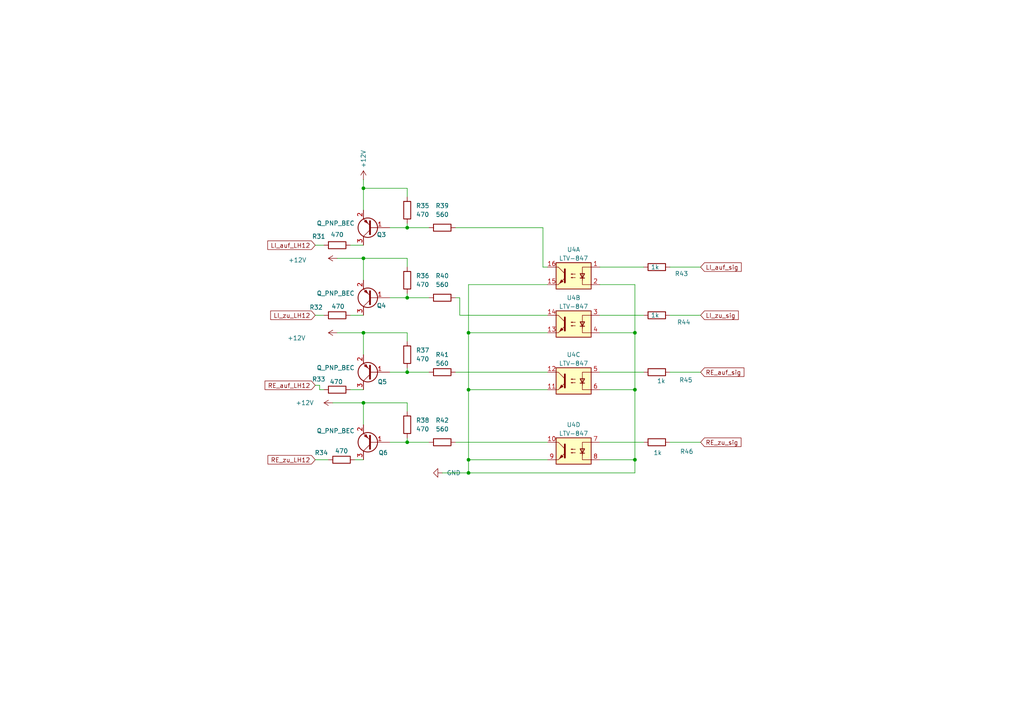
<source format=kicad_sch>
(kicad_sch (version 20250114) (generator "eeschema") (generator_version "9.0")
  (paper "A4")
  (lib_symbols
    (symbol "Device:Q_PNP_BEC" (pin_names (offset 0) (hide yes))
      (property "Reference" "Q" (at 5.08 1.27 0))
      (property "Value" "Q_PNP_BEC" (at 5.08 -1.27 0))
      (symbol "Q_PNP_BEC_0_1"
        (polyline (pts (xy 0.635 1.905) (xy 0.635 -1.905) (xy 0.635 -1.905)) (stroke (width 0.508)))
        (polyline (pts (xy 0.635 0.635) (xy 2.54 2.54)))
        (polyline (pts (xy 0.635 -0.635) (xy 2.54 -2.54) (xy 2.54 -2.54)))
        (circle (center 1.27 0) (radius 2.8194) (stroke (width 0.254)))
        (polyline (pts (xy 2.286 -1.778) (xy 1.778 -2.286) (xy 1.27 -1.27) (xy 2.286 -1.778) (xy 2.286 -1.778)) (fill (type outline)))
      )
      (symbol "Q_PNP_BEC_1_1"
        (pin input line (at -5.08 0 0) (length 5.715) (name "B") (number "1"))
        (pin passive line (at 2.54 5.08 270) (length 2.54) (name "C") (number "3"))
        (pin passive line (at 2.54 -5.08 90) (length 2.54) (name "E") (number "2"))
      )
    )
    (symbol "Device:R" (pin_numbers (hide yes)) (pin_names (offset 0))
      (property "Reference" "R" (at 2.032 0 90))
      (property "Value" "R" (at 0 0 90))
      (symbol "R_0_1"
        (rectangle (start -1.016 -2.54) (end 1.016 2.54) (stroke (width 0.254)))
      )
      (symbol "R_1_1"
        (pin passive line (at 0 3.81 270) (length 1.27) (name "~") (number "1"))
        (pin passive line (at 0 -3.81 90) (length 1.27) (name "~") (number "2"))
      )
    )
    (symbol "Isolator:LTV-847" (pin_names (offset 1.016))
      (property "Reference" "U" (at -5.08 5.08 0))
      (property "Value" "LTV-847" (at 0 5.08 0))
      (symbol "LTV-847_0_1"
        (rectangle (start -5.08 3.81) (end 5.08 -3.81) (stroke (width 0.254)) (fill (type background)))
        (polyline (pts (xy -5.08 2.54) (xy -2.54 2.54) (xy -2.54 -1.27) (xy -2.54 0.635)))
        (polyline (pts (xy -3.175 -0.635) (xy -1.905 -0.635)) (stroke (width 0.254)))
        (polyline (pts (xy -2.54 -0.635) (xy -2.54 -2.54) (xy -5.08 -2.54)))
        (polyline (pts (xy -2.54 -0.635) (xy -3.175 0.635) (xy -1.905 0.635) (xy -2.54 -0.635)) (stroke (width 0.254)))
        (polyline (pts (xy -0.508 0.508) (xy 0.762 0.508) (xy 0.381 0.381) (xy 0.381 0.635) (xy 0.762 0.508)))
        (polyline (pts (xy -0.508 -0.508) (xy 0.762 -0.508) (xy 0.381 -0.635) (xy 0.381 -0.381) (xy 0.762 -0.508)))
        (polyline (pts (xy 2.54 1.905) (xy 2.54 -1.905) (xy 2.54 -1.905)) (stroke (width 0.508)))
        (polyline (pts (xy 2.54 0.635) (xy 4.445 2.54)))
        (polyline (pts (xy 3.048 -1.651) (xy 3.556 -1.143) (xy 4.064 -2.159) (xy 3.048 -1.651) (xy 3.048 -1.651)) (fill (type outline)))
        (polyline (pts (xy 4.445 2.54) (xy 5.08 2.54)))
        (polyline (pts (xy 4.445 -2.54) (xy 2.54 -0.635)) (fill (type outline)))
        (polyline (pts (xy 4.445 -2.54) (xy 5.08 -2.54)))
      )
      (symbol "LTV-847_1_1"
        (pin passive line (at -7.62 2.54 0) (length 2.54) (name "~") (number "1"))
        (pin passive line (at -7.62 -2.54 0) (length 2.54) (name "~") (number "2"))
        (pin passive line (at 7.62 2.54 180) (length 2.54) (name "~") (number "16"))
        (pin passive line (at 7.62 -2.54 180) (length 2.54) (name "~") (number "15"))
      )
      (symbol "LTV-847_2_1"
        (pin passive line (at -7.62 2.54 0) (length 2.54) (name "~") (number "3"))
        (pin passive line (at -7.62 -2.54 0) (length 2.54) (name "~") (number "4"))
        (pin passive line (at 7.62 2.54 180) (length 2.54) (name "~") (number "14"))
        (pin passive line (at 7.62 -2.54 180) (length 2.54) (name "~") (number "13"))
      )
      (symbol "LTV-847_3_1"
        (pin passive line (at -7.62 2.54 0) (length 2.54) (name "~") (number "5"))
        (pin passive line (at -7.62 -2.54 0) (length 2.54) (name "~") (number "6"))
        (pin passive line (at 7.62 2.54 180) (length 2.54) (name "~") (number "12"))
        (pin passive line (at 7.62 -2.54 180) (length 2.54) (name "~") (number "11"))
      )
      (symbol "LTV-847_4_1"
        (pin passive line (at -7.62 2.54 0) (length 2.54) (name "~") (number "7"))
        (pin passive line (at -7.62 -2.54 0) (length 2.54) (name "~") (number "8"))
        (pin passive line (at 7.62 2.54 180) (length 2.54) (name "~") (number "10"))
        (pin passive line (at 7.62 -2.54 180) (length 2.54) (name "~") (number "9"))
      )
    )
    (symbol "power:+12V" (power) (pin_numbers (hide yes)) (pin_names (offset 0) (hide yes))
      (property "Value" "+12V" (at 0 3.556 0))
      (symbol "+12V_0_1"
        (polyline (pts (xy -0.762 1.27) (xy 0 2.54)))
        (polyline (pts (xy 0 2.54) (xy 0.762 1.27)))
        (polyline (pts (xy 0 0) (xy 0 2.54)))
      )
      (symbol "+12V_1_1"
        (pin power_in line (at 0 0 90) (length 0) (name "~") (number "1"))
      )
    )
    (symbol "power:GND" (power) (pin_numbers (hide yes)) (pin_names (offset 0) (hide yes))
      (property "Value" "GND" (at 0 -3.81 0))
      (symbol "GND_0_1"
        (polyline (pts (xy 0 0) (xy 0 -1.27) (xy 1.27 -1.27) (xy 0 -2.54) (xy -1.27 -1.27) (xy 0 -1.27)))
      )
      (symbol "GND_1_1"
        (pin power_in line (at 0 0 270) (length 0) (name "~") (number "1"))
      )
    )
  )
  (junction (at 118.11 107.95))
  (junction (at 184.15 96.52))
  (junction (at 184.15 133.35))
  (junction (at 105.41 96.52))
  (junction (at 135.89 113.03))
  (junction (at 118.11 128.27))
  (junction (at 135.89 137.16))
  (junction (at 135.89 96.52))
  (junction (at 105.41 116.84))
  (junction (at 105.41 74.93))
  (junction (at 118.11 86.36))
  (junction (at 118.11 66.04))
  (junction (at 184.15 113.03))
  (junction (at 105.41 54.61))
  (junction (at 135.89 133.35))
  (wire (pts (xy 113.03 86.36) (xy 118.11 86.36)))
  (wire (pts (xy 173.99 128.27) (xy 186.69 128.27)))
  (wire (pts (xy 184.15 137.16) (xy 184.15 133.35)))
  (wire (pts (xy 133.35 91.44) (xy 158.75 91.44)))
  (wire (pts (xy 105.41 60.96) (xy 105.41 54.61)))
  (wire (pts (xy 92.71 111.76) (xy 91.44 111.76)))
  (wire (pts (xy 105.41 54.61) (xy 118.11 54.61)))
  (wire (pts (xy 118.11 96.52) (xy 118.11 99.06)))
  (wire (pts (xy 135.89 82.55) (xy 135.89 96.52)))
  (wire (pts (xy 157.48 66.04) (xy 157.48 77.47)))
  (wire (pts (xy 118.11 66.04) (xy 124.46 66.04)))
  (wire (pts (xy 97.79 74.93) (xy 105.41 74.93)))
  (wire (pts (xy 128.27 137.16) (xy 135.89 137.16)))
  (wire (pts (xy 132.08 86.36) (xy 133.35 86.36)))
  (wire (pts (xy 102.87 133.35) (xy 105.41 133.35)))
  (wire (pts (xy 135.89 82.55) (xy 158.75 82.55)))
  (wire (pts (xy 105.41 102.87) (xy 105.41 96.52)))
  (wire (pts (xy 173.99 107.95) (xy 186.69 107.95)))
  (wire (pts (xy 105.41 52.07) (xy 105.41 54.61)))
  (wire (pts (xy 173.99 91.44) (xy 186.69 91.44)))
  (wire (pts (xy 194.31 128.27) (xy 203.2 128.27)))
  (wire (pts (xy 157.48 66.04) (xy 132.08 66.04)))
  (wire (pts (xy 132.08 128.27) (xy 158.75 128.27)))
  (wire (pts (xy 113.03 107.95) (xy 118.11 107.95)))
  (wire (pts (xy 101.6 113.03) (xy 105.41 113.03)))
  (wire (pts (xy 91.44 91.44) (xy 93.98 91.44)))
  (wire (pts (xy 105.41 96.52) (xy 118.11 96.52)))
  (wire (pts (xy 173.99 77.47) (xy 186.69 77.47)))
  (wire (pts (xy 135.89 96.52) (xy 158.75 96.52)))
  (wire (pts (xy 173.99 133.35) (xy 184.15 133.35)))
  (wire (pts (xy 118.11 74.93) (xy 118.11 77.47)))
  (wire (pts (xy 184.15 113.03) (xy 173.99 113.03)))
  (wire (pts (xy 105.41 116.84) (xy 118.11 116.84)))
  (wire (pts (xy 184.15 96.52) (xy 184.15 113.03)))
  (wire (pts (xy 96.52 116.84) (xy 105.41 116.84)))
  (wire (pts (xy 135.89 137.16) (xy 135.89 133.35)))
  (wire (pts (xy 135.89 137.16) (xy 184.15 137.16)))
  (wire (pts (xy 113.03 128.27) (xy 118.11 128.27)))
  (wire (pts (xy 91.44 133.35) (xy 95.25 133.35)))
  (wire (pts (xy 101.6 91.44) (xy 105.41 91.44)))
  (wire (pts (xy 133.35 86.36) (xy 133.35 91.44)))
  (wire (pts (xy 157.48 77.47) (xy 158.75 77.47)))
  (wire (pts (xy 135.89 113.03) (xy 158.75 113.03)))
  (wire (pts (xy 135.89 96.52) (xy 135.89 113.03)))
  (wire (pts (xy 118.11 66.04) (xy 118.11 64.77)))
  (wire (pts (xy 118.11 86.36) (xy 118.11 85.09)))
  (wire (pts (xy 135.89 113.03) (xy 135.89 133.35)))
  (wire (pts (xy 118.11 107.95) (xy 118.11 106.68)))
  (wire (pts (xy 92.71 113.03) (xy 93.98 113.03)))
  (wire (pts (xy 132.08 107.95) (xy 158.75 107.95)))
  (wire (pts (xy 173.99 82.55) (xy 184.15 82.55)))
  (wire (pts (xy 118.11 128.27) (xy 124.46 128.27)))
  (wire (pts (xy 97.79 96.52) (xy 105.41 96.52)))
  (wire (pts (xy 118.11 86.36) (xy 124.46 86.36)))
  (wire (pts (xy 101.6 71.12) (xy 105.41 71.12)))
  (wire (pts (xy 194.31 77.47) (xy 203.2 77.47)))
  (wire (pts (xy 118.11 107.95) (xy 124.46 107.95)))
  (wire (pts (xy 184.15 82.55) (xy 184.15 96.52)))
  (wire (pts (xy 118.11 127) (xy 118.11 128.27)))
  (wire (pts (xy 173.99 96.52) (xy 184.15 96.52)))
  (wire (pts (xy 135.89 133.35) (xy 158.75 133.35)))
  (wire (pts (xy 91.44 71.12) (xy 93.98 71.12)))
  (wire (pts (xy 118.11 54.61) (xy 118.11 57.15)))
  (wire (pts (xy 105.41 123.19) (xy 105.41 116.84)))
  (wire (pts (xy 118.11 116.84) (xy 118.11 119.38)))
  (wire (pts (xy 184.15 113.03) (xy 184.15 133.35)))
  (wire (pts (xy 194.31 91.44) (xy 203.2 91.44)))
  (wire (pts (xy 194.31 107.95) (xy 203.2 107.95)))
  (wire (pts (xy 105.41 74.93) (xy 118.11 74.93)))
  (wire (pts (xy 105.41 81.28) (xy 105.41 74.93)))
  (wire (pts (xy 113.03 66.04) (xy 118.11 66.04)))
  (wire (pts (xy 92.71 113.03) (xy 92.71 111.76)))
  (global_label "RE_auf_LH12" (shape input) (at 91.44 111.76 180) (property "Intersheetrefs" "${INTERSHEET_REFS}" (effects (hide yes))))
  (global_label "LI_auf_sig" (shape input) (at 203.2 77.47 0) (property "Intersheetrefs" "${INTERSHEET_REFS}" (effects (hide yes))))
  (global_label "LI_zu_LH12" (shape input) (at 91.44 91.44 180) (property "Intersheetrefs" "${INTERSHEET_REFS}" (effects (hide yes))))
  (global_label "LI_auf_LH12" (shape input) (at 91.44 71.12 180) (property "Intersheetrefs" "${INTERSHEET_REFS}" (effects (hide yes))))
  (global_label "RE_auf_sig" (shape input) (at 203.2 107.95 0) (property "Intersheetrefs" "${INTERSHEET_REFS}" (effects (hide yes))))
  (global_label "RE_zu_LH12" (shape input) (at 91.44 133.35 180) (property "Intersheetrefs" "${INTERSHEET_REFS}" (effects (hide yes))))
  (global_label "RE_zu_sig" (shape input) (at 203.2 128.27 0) (property "Intersheetrefs" "${INTERSHEET_REFS}" (effects (hide yes))))
  (global_label "LI_zu_sig" (shape input) (at 203.2 91.44 0) (property "Intersheetrefs" "${INTERSHEET_REFS}" (effects (hide yes))))
  (symbol (lib_id "Device:Q_PNP_BEC") (at 107.95 128.27 180) (unit 1)
    (property "Reference" "Q6" (at 112.522 131.318 0) (effects (justify left)))
    (property "Value" "Q_PNP_BEC" (at 102.87 124.968 0) (effects (justify left)))
    (property "Footprint" "Package_TO_SOT_THT:TO-92" (effects (hide yes)))
    (property "Description" "PNP transistor, base/emitter/collector" (effects (hide yes)))
  )
  (symbol (lib_id "Device:R") (at 97.79 91.44 90) (unit 1)
    (property "Reference" "R32" (at 91.694 89.154 90))
    (property "Value" "470" (at 98.044 88.9 90))
    (property "Footprint" "Resistor_SMD:R_0805_2012Metric" (effects (hide yes)))
    (property "Description" "Resistor" (effects (hide yes)))
  )
  (symbol (lib_id "power:+12V") (at 97.79 96.52 90) (unit 1)
    (property "Reference" "#PWR045" (effects (hide yes)))
    (property "Value" "+12V" (at 88.646 98.044 90) (effects (justify left)))
    (property "Description" "Power symbol creates a global label with name \"+12V\"" (effects (hide yes)))
  )
  (symbol (lib_id "Device:R") (at 128.27 107.95 90) (unit 1)
    (property "Reference" "R41" (at 128.27 102.87 90))
    (property "Value" "560" (at 128.27 105.41 90))
    (property "Footprint" "Resistor_SMD:R_0805_2012Metric" (effects (hide yes)))
    (property "Description" "Resistor" (effects (hide yes)))
  )
  (symbol (lib_id "Device:R") (at 190.5 91.44 90) (unit 1)
    (property "Reference" "R44" (at 198.3232 93.472 90))
    (property "Value" "1k" (at 189.992 91.44 90))
    (property "Footprint" "Resistor_SMD:R_0805_2012Metric" (effects (hide yes)))
    (property "Description" "Resistor" (effects (hide yes)))
  )
  (symbol (lib_id "Device:R") (at 97.79 113.03 90) (unit 1)
    (property "Reference" "R33" (at 92.456 109.982 90))
    (property "Value" "470" (at 97.536 110.744 90))
    (property "Footprint" "Resistor_SMD:R_0805_2012Metric" (effects (hide yes)))
    (property "Description" "Resistor" (effects (hide yes)))
  )
  (symbol (lib_id "power:+12V") (at 96.52 116.84 90) (unit 1)
    (property "Reference" "#PWR042" (effects (hide yes)))
    (property "Value" "+12V" (at 88.392 116.84 90))
    (property "Description" "Power symbol creates a global label with name \"+12V\"" (effects (hide yes)))
  )
  (symbol (lib_id "Device:R") (at 128.27 66.04 90) (unit 1)
    (property "Reference" "R39" (at 128.27 59.69 90))
    (property "Value" "560" (at 128.27 62.23 90))
    (property "Footprint" "Resistor_SMD:R_0805_2012Metric" (effects (hide yes)))
    (property "Description" "Resistor" (effects (hide yes)))
  )
  (symbol (lib_id "Device:Q_PNP_BEC") (at 107.95 107.95 180) (unit 1)
    (property "Reference" "Q5" (at 112.268 110.744 0) (effects (justify left)))
    (property "Value" "Q_PNP_BEC" (at 102.87 106.6801 0) (effects (justify left)))
    (property "Footprint" "Package_TO_SOT_THT:TO-92" (effects (hide yes)))
    (property "Description" "PNP transistor, base/emitter/collector" (effects (hide yes)))
  )
  (symbol (lib_id "power:+12V") (at 97.79 74.93 90) (unit 1)
    (property "Reference" "#PWR044" (effects (hide yes)))
    (property "Value" "+12V" (at 88.9 75.438 90) (effects (justify left)))
    (property "Description" "Power symbol creates a global label with name \"+12V\"" (effects (hide yes)))
  )
  (symbol (lib_id "Device:R") (at 190.5 107.95 90) (unit 1)
    (property "Reference" "R45" (at 198.9328 110.236 90))
    (property "Value" "1k" (at 191.77 110.49 90))
    (property "Footprint" "Resistor_SMD:R_0805_2012Metric" (effects (hide yes)))
    (property "Description" "Resistor" (effects (hide yes)))
  )
  (symbol (lib_id "Device:R") (at 128.27 128.27 90) (unit 1)
    (property "Reference" "R42" (at 128.27 121.92 90))
    (property "Value" "560" (at 128.27 124.46 90))
    (property "Footprint" "Resistor_SMD:R_0805_2012Metric" (effects (hide yes)))
    (property "Description" "Resistor" (effects (hide yes)))
  )
  (symbol (lib_id "Device:R") (at 190.5 77.47 90) (unit 1)
    (property "Reference" "R43" (at 197.6628 79.4004 90))
    (property "Value" "1k" (at 189.992 77.47 90))
    (property "Footprint" "Resistor_SMD:R_0805_2012Metric" (effects (hide yes)))
    (property "Description" "Resistor" (effects (hide yes)))
  )
  (symbol (lib_id "Device:Q_PNP_BEC") (at 107.95 86.36 180) (unit 1)
    (property "Reference" "Q4" (at 112.014 88.646 0) (effects (justify left)))
    (property "Value" "Q_PNP_BEC" (at 102.87 85.0901 0) (effects (justify left)))
    (property "Footprint" "Package_TO_SOT_THT:TO-92" (effects (hide yes)))
    (property "Description" "PNP transistor, base/emitter/collector" (effects (hide yes)))
  )
  (symbol (lib_id "Device:R") (at 128.27 86.36 90) (unit 1)
    (property "Reference" "R40" (at 128.27 80.01 90))
    (property "Value" "560" (at 128.27 82.55 90))
    (property "Footprint" "Resistor_SMD:R_0805_2012Metric" (effects (hide yes)))
    (property "Description" "Resistor" (effects (hide yes)))
  )
  (symbol (lib_id "Device:R") (at 118.11 123.19 0) (unit 1)
    (property "Reference" "R38" (at 120.65 121.9199 0) (effects (justify left)))
    (property "Value" "470" (at 120.65 124.4599 0) (effects (justify left)))
    (property "Footprint" "Resistor_SMD:R_0805_2012Metric" (effects (hide yes)))
    (property "Description" "Resistor" (effects (hide yes)))
  )
  (symbol (lib_id "Isolator:LTV-847") (at 166.37 80.01 0) (mirror y) (unit 1)
    (property "Reference" "U4" (at 166.37 72.39 0))
    (property "Value" "LTV-847" (at 166.37 74.93 0))
    (property "Footprint" "Package_SO:SOIC254P1016X460-16N" (effects (hide yes)))
    (property "Datasheet" "http://optoelectronics.liteon.com/upload/download/DS-70-96-0016/LTV-8X7%20series.PDF" (effects (hide yes)))
    (property "Description" "Quad DC Optocoupler, Vce 35V, CTR 50%, DIP-16" (effects (hide yes)))
  )
  (symbol (lib_id "Device:R") (at 99.06 133.35 90) (unit 1)
    (property "Reference" "R34" (at 93.218 131.318 90))
    (property "Value" "470" (at 99.06 130.81 90))
    (property "Footprint" "Resistor_SMD:R_0805_2012Metric" (effects (hide yes)))
    (property "Description" "Resistor" (effects (hide yes)))
  )
  (symbol (lib_id "Device:R") (at 97.79 71.12 90) (unit 1)
    (property "Reference" "R31" (at 92.456 68.58 90))
    (property "Value" "470" (at 97.79 68.072 90))
    (property "Footprint" "Resistor_SMD:R_0805_2012Metric" (effects (hide yes)))
    (property "Description" "Resistor" (effects (hide yes)))
  )
  (symbol (lib_id "Device:R") (at 190.5 128.27 90) (unit 1)
    (property "Reference" "R46" (at 199.1868 130.9624 90))
    (property "Value" "1k" (at 190.754 131.318 90))
    (property "Footprint" "Resistor_SMD:R_0805_2012Metric" (effects (hide yes)))
    (property "Description" "Resistor" (effects (hide yes)))
  )
  (symbol (lib_id "power:+12V") (at 105.41 52.07 0) (unit 1)
    (property "Reference" "#PWR043" (effects (hide yes)))
    (property "Value" "+12V" (at 105.41 48.768 90) (effects (justify left)))
    (property "Description" "Power symbol creates a global label with name \"+12V\"" (effects (hide yes)))
  )
  (symbol (lib_id "Device:R") (at 118.11 60.96 0) (unit 1)
    (property "Reference" "R35" (at 120.65 59.6899 0) (effects (justify left)))
    (property "Value" "470" (at 120.65 62.2299 0) (effects (justify left)))
    (property "Footprint" "Resistor_SMD:R_0805_2012Metric" (effects (hide yes)))
    (property "Description" "Resistor" (effects (hide yes)))
  )
  (symbol (lib_id "Isolator:LTV-847") (at 166.37 93.98 0) (mirror y) (unit 2)
    (property "Reference" "U4" (at 166.37 86.36 0))
    (property "Value" "LTV-847" (at 166.37 88.9 0))
    (property "Footprint" "Package_SO:SOIC254P1016X460-16N" (effects (hide yes)))
    (property "Datasheet" "http://optoelectronics.liteon.com/upload/download/DS-70-96-0016/LTV-8X7%20series.PDF" (effects (hide yes)))
    (property "Description" "Quad DC Optocoupler, Vce 35V, CTR 50%, DIP-16" (effects (hide yes)))
  )
  (symbol (lib_id "Device:R") (at 118.11 102.87 0) (unit 1)
    (property "Reference" "R37" (at 120.65 101.5999 0) (effects (justify left)))
    (property "Value" "470" (at 120.65 104.1399 0) (effects (justify left)))
    (property "Footprint" "Resistor_SMD:R_0805_2012Metric" (effects (hide yes)))
    (property "Description" "Resistor" (effects (hide yes)))
  )
  (symbol (lib_id "Device:R") (at 118.11 81.28 0) (unit 1)
    (property "Reference" "R36" (at 120.65 80.0099 0) (effects (justify left)))
    (property "Value" "470" (at 120.65 82.5499 0) (effects (justify left)))
    (property "Footprint" "Resistor_SMD:R_0805_2012Metric" (effects (hide yes)))
    (property "Description" "Resistor" (effects (hide yes)))
  )
  (symbol (lib_id "Isolator:LTV-847") (at 166.37 130.81 0) (mirror y) (unit 4)
    (property "Reference" "U4" (at 166.37 123.19 0))
    (property "Value" "LTV-847" (at 166.37 125.73 0))
    (property "Footprint" "Package_SO:SOIC254P1016X460-16N" (effects (hide yes)))
    (property "Datasheet" "http://optoelectronics.liteon.com/upload/download/DS-70-96-0016/LTV-8X7%20series.PDF" (effects (hide yes)))
    (property "Description" "Quad DC Optocoupler, Vce 35V, CTR 50%, DIP-16" (effects (hide yes)))
  )
  (symbol (lib_id "power:GND") (at 128.27 137.16 270) (unit 1)
    (property "Reference" "#PWR046" (effects (hide yes)))
    (property "Value" "GND" (at 129.54 137.1599 90) (effects (justify left)))
    (property "Description" "Power symbol creates a global label with name \"GND\" , ground" (effects (hide yes)))
  )
  (symbol (lib_id "Isolator:LTV-847") (at 166.37 110.49 0) (mirror y) (unit 3)
    (property "Reference" "U4" (at 166.37 102.87 0))
    (property "Value" "LTV-847" (at 166.37 105.41 0))
    (property "Footprint" "Package_SO:SOIC254P1016X460-16N" (effects (hide yes)))
    (property "Datasheet" "http://optoelectronics.liteon.com/upload/download/DS-70-96-0016/LTV-8X7%20series.PDF" (effects (hide yes)))
    (property "Description" "Quad DC Optocoupler, Vce 35V, CTR 50%, DIP-16" (effects (hide yes)))
  )
  (symbol (lib_id "Device:Q_PNP_BEC") (at 107.95 66.04 180) (unit 1)
    (property "Reference" "Q3" (at 112.014 68.072 0) (effects (justify left)))
    (property "Value" "Q_PNP_BEC" (at 102.87 64.7701 0) (effects (justify left)))
    (property "Footprint" "Package_TO_SOT_THT:TO-92" (effects (hide yes)))
    (property "Description" "PNP transistor, base/emitter/collector" (effects (hide yes)))
  )
)
</source>
